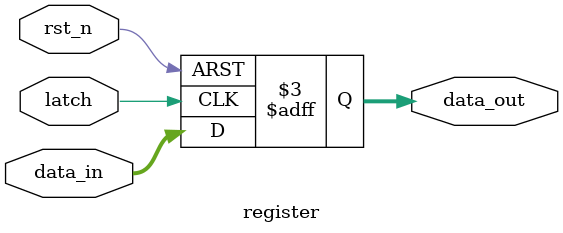
<source format=v>

module register(
    input [7:0]       data_in,
    output reg [7:0]  data_out,
    input 	      latch,
    input 	      rst_n);

   always @(posedge latch or negedge rst_n) begin
     if (rst_n == 0)
       data_out <= 8'h00;
     else
       data_out <= data_in;
   end
endmodule
</source>
